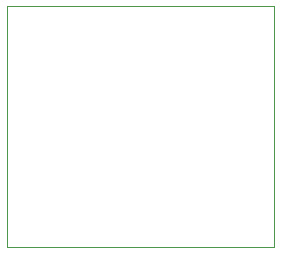
<source format=gbr>
%TF.GenerationSoftware,KiCad,Pcbnew,(7.0.0)*%
%TF.CreationDate,2023-12-21T14:53:24+01:00*%
%TF.ProjectId,LDR,4c44522e-6b69-4636-9164-5f7063625858,rev?*%
%TF.SameCoordinates,Original*%
%TF.FileFunction,Profile,NP*%
%FSLAX46Y46*%
G04 Gerber Fmt 4.6, Leading zero omitted, Abs format (unit mm)*
G04 Created by KiCad (PCBNEW (7.0.0)) date 2023-12-21 14:53:24*
%MOMM*%
%LPD*%
G01*
G04 APERTURE LIST*
%TA.AperFunction,Profile*%
%ADD10C,0.100000*%
%TD*%
G04 APERTURE END LIST*
D10*
X200800000Y-52500000D02*
X223400000Y-52500000D01*
X223400000Y-52500000D02*
X223400000Y-72900000D01*
X223400000Y-72900000D02*
X200800000Y-72900000D01*
X200800000Y-72900000D02*
X200800000Y-52500000D01*
M02*

</source>
